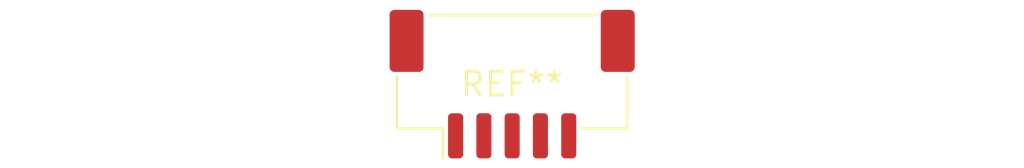
<source format=kicad_pcb>
(kicad_pcb (version 20240108) (generator pcbnew)
  (layers (0 "F.Cu" signal) (31 "B.Cu" signal) (34 "B.Paste" user) (35 "F.Paste" user) (36 "B.SilkS" user "B.Silkscreen") (37 "F.SilkS" user "F.Silkscreen") (38 "B.Mask" user) (39 "F.Mask" user) (44 "Edge.Cuts" user))
  (net 0 "")
  (footprint "JST_ZE_BM05B-ZESS-TBT_1x05-1MP_P1.50mm_Vertical" (layer "F.Cu") (at 0 0)
    (property "Reference" "REF**")
    (property "Value" "JST_ZE_BM05B-ZESS-TBT_1x05-1MP_P1.50mm_Vertical")
    (fp_line (start -6.11 -0.39) (end -6.11 2.36) (layer "F.SilkS") (stroke (width 0.12)))
    (fp_line (start -6.11 2.36) (end -3.66 2.36) (layer "F.SilkS") (stroke (width 0.12)))
    (fp_line (start -4.44 -3.66) (end 4.44 -3.66) (layer "F.SilkS") (stroke (width 0.12)))
    (fp_line (start -3.66 2.36) (end -3.66 3.95) (layer "F.SilkS") (stroke (width 0.12)))
    (fp_line (start 6.11 -0.39) (end 6.11 2.36) (layer "F.SilkS") (stroke (width 0.12)))
    (fp_line (start 6.11 2.36) (end 3.66 2.36) (layer "F.SilkS") (stroke (width 0.12)))
    (pad "1" smd roundrect (at -3 2.75) (size 0.8 2.4) (layers "F.Cu" "F.Paste" "F.Mask"))
    (pad "2" smd roundrect (at -1.5 2.75) (size 0.8 2.4) (layers "F.Cu" "F.Paste" "F.Mask"))
    (pad "3" smd roundrect (at 0 2.75) (size 0.8 2.4) (layers "F.Cu" "F.Paste" "F.Mask"))
    (pad "4" smd roundrect (at 1.5 2.75) (size 0.8 2.4) (layers "F.Cu" "F.Paste" "F.Mask"))
    (pad "5" smd roundrect (at 3 2.75) (size 0.8 2.4) (layers "F.Cu" "F.Paste" "F.Mask"))
    (pad "MP" smd roundrect (at -5.6 -2.3) (size 1.8 3.3) (layers "F.Cu" "F.Paste" "F.Mask") (roundrect_rratio 0.138889))
    (pad "MP" smd roundrect (at 5.6 -2.3) (size 1.8 3.3) (layers "F.Cu" "F.Paste" "F.Mask") (roundrect_rratio 0.138889))
  )
)
</source>
